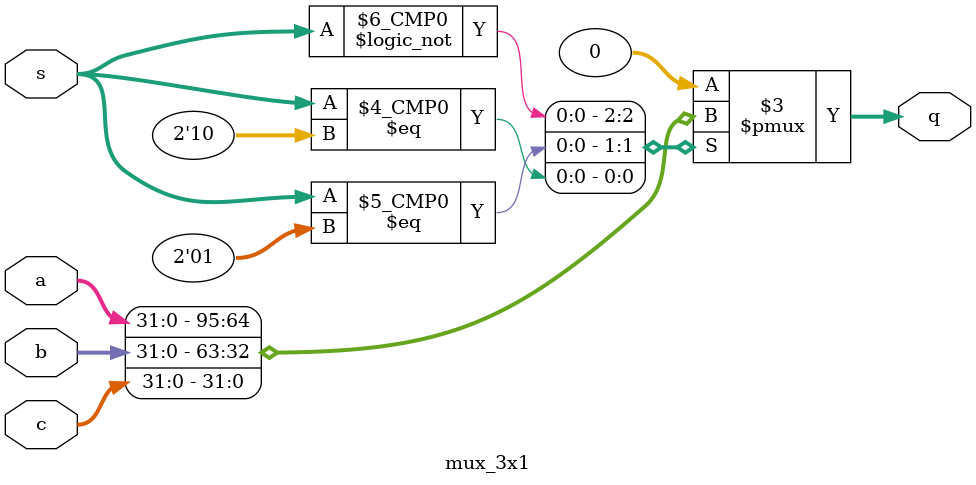
<source format=v>
module mux_3x1(
input[31:0] a,b,c,
input [1:0]s,
output reg [31:0]q );

always@(*)
begin
	case(s)
	2'b00: q = a;
	2'b01: q = b;
	2'b10: q = c;
	default: q = 32'b0;
	endcase
end

endmodule
</source>
